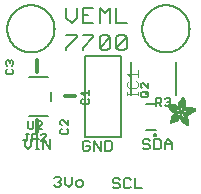
<source format=gbr>
G04 EAGLE Gerber RS-274X export*
G75*
%MOMM*%
%FSLAX34Y34*%
%LPD*%
%INSilkscreen Top*%
%IPPOS*%
%AMOC8*
5,1,8,0,0,1.08239X$1,22.5*%
G01*
%ADD10C,0.152400*%
%ADD11C,0.203200*%
%ADD12C,0.304800*%
%ADD13R,0.034300X0.003800*%
%ADD14R,0.057200X0.003800*%
%ADD15R,0.076200X0.003800*%
%ADD16R,0.091400X0.003800*%
%ADD17R,0.102900X0.003800*%
%ADD18R,0.114300X0.003900*%
%ADD19R,0.129500X0.003800*%
%ADD20R,0.137200X0.003800*%
%ADD21R,0.144800X0.003800*%
%ADD22R,0.152400X0.003800*%
%ADD23R,0.160000X0.003800*%
%ADD24R,0.171500X0.003800*%
%ADD25R,0.175300X0.003800*%
%ADD26R,0.182900X0.003800*%
%ADD27R,0.190500X0.003800*%
%ADD28R,0.194300X0.003900*%
%ADD29R,0.201900X0.003800*%
%ADD30R,0.209500X0.003800*%
%ADD31R,0.213400X0.003800*%
%ADD32R,0.221000X0.003800*%
%ADD33R,0.224800X0.003800*%
%ADD34R,0.232400X0.003800*%
%ADD35R,0.240000X0.003800*%
%ADD36R,0.243800X0.003800*%
%ADD37R,0.247600X0.003800*%
%ADD38R,0.255300X0.003900*%
%ADD39R,0.259100X0.003800*%
%ADD40R,0.262900X0.003800*%
%ADD41R,0.270500X0.003800*%
%ADD42R,0.274300X0.003800*%
%ADD43R,0.281900X0.003800*%
%ADD44R,0.285700X0.003800*%
%ADD45R,0.289500X0.003800*%
%ADD46R,0.297200X0.003800*%
%ADD47R,0.301000X0.003800*%
%ADD48R,0.304800X0.003900*%
%ADD49R,0.312400X0.003800*%
%ADD50R,0.316200X0.003800*%
%ADD51R,0.320000X0.003800*%
%ADD52R,0.327600X0.003800*%
%ADD53R,0.331500X0.003800*%
%ADD54R,0.339100X0.003800*%
%ADD55R,0.342900X0.003800*%
%ADD56R,0.346700X0.003800*%
%ADD57R,0.354300X0.003800*%
%ADD58R,0.358100X0.003900*%
%ADD59R,0.361900X0.003800*%
%ADD60R,0.369600X0.003800*%
%ADD61R,0.373400X0.003800*%
%ADD62R,0.377200X0.003800*%
%ADD63R,0.384800X0.003800*%
%ADD64R,0.388600X0.003800*%
%ADD65R,0.396200X0.003800*%
%ADD66R,0.400000X0.003800*%
%ADD67R,0.403800X0.003800*%
%ADD68R,0.411500X0.003900*%
%ADD69R,0.415300X0.003800*%
%ADD70R,0.419100X0.003800*%
%ADD71R,0.045700X0.003800*%
%ADD72R,0.426700X0.003800*%
%ADD73R,0.072400X0.003800*%
%ADD74R,0.430500X0.003800*%
%ADD75R,0.095300X0.003800*%
%ADD76R,0.438100X0.003800*%
%ADD77R,0.110500X0.003800*%
%ADD78R,0.441900X0.003800*%
%ADD79R,0.445800X0.003800*%
%ADD80R,0.144700X0.003800*%
%ADD81R,0.453400X0.003800*%
%ADD82R,0.457200X0.003800*%
%ADD83R,0.175300X0.003900*%
%ADD84R,0.461000X0.003900*%
%ADD85R,0.468600X0.003800*%
%ADD86R,0.205800X0.003800*%
%ADD87R,0.472400X0.003800*%
%ADD88R,0.217200X0.003800*%
%ADD89R,0.476200X0.003800*%
%ADD90R,0.483900X0.003800*%
%ADD91R,0.247700X0.003800*%
%ADD92R,0.487700X0.003800*%
%ADD93R,0.495300X0.003800*%
%ADD94R,0.499100X0.003800*%
%ADD95R,0.502900X0.003800*%
%ADD96R,0.510500X0.003800*%
%ADD97R,0.308600X0.003900*%
%ADD98R,0.514300X0.003900*%
%ADD99R,0.323800X0.003800*%
%ADD100R,0.518100X0.003800*%
%ADD101R,0.335300X0.003800*%
%ADD102R,0.525800X0.003800*%
%ADD103R,0.529600X0.003800*%
%ADD104R,0.358100X0.003800*%
%ADD105R,0.533400X0.003800*%
%ADD106R,0.537200X0.003800*%
%ADD107R,0.381000X0.003800*%
%ADD108R,0.544800X0.003800*%
%ADD109R,0.392400X0.003800*%
%ADD110R,0.548600X0.003800*%
%ADD111R,0.552400X0.003800*%
%ADD112R,0.556200X0.003800*%
%ADD113R,0.422900X0.003900*%
%ADD114R,0.560100X0.003900*%
%ADD115R,0.434300X0.003800*%
%ADD116R,0.563900X0.003800*%
%ADD117R,0.567700X0.003800*%
%ADD118R,0.461000X0.003800*%
%ADD119R,0.571500X0.003800*%
%ADD120R,0.575300X0.003800*%
%ADD121R,0.480100X0.003800*%
%ADD122R,0.579100X0.003800*%
%ADD123R,0.491500X0.003800*%
%ADD124R,0.582900X0.003800*%
%ADD125R,0.586700X0.003800*%
%ADD126R,0.510600X0.003800*%
%ADD127R,0.590500X0.003800*%
%ADD128R,0.522000X0.003800*%
%ADD129R,0.594300X0.003800*%
%ADD130R,0.533400X0.003900*%
%ADD131R,0.598200X0.003900*%
%ADD132R,0.541000X0.003800*%
%ADD133R,0.602000X0.003800*%
%ADD134R,0.552500X0.003800*%
%ADD135R,0.605800X0.003800*%
%ADD136R,0.560100X0.003800*%
%ADD137R,0.609600X0.003800*%
%ADD138R,0.613400X0.003800*%
%ADD139R,0.583000X0.003800*%
%ADD140R,0.617200X0.003800*%
%ADD141R,0.594400X0.003800*%
%ADD142R,0.621000X0.003800*%
%ADD143R,0.598200X0.003800*%
%ADD144R,0.624800X0.003800*%
%ADD145R,0.613500X0.003900*%
%ADD146R,0.628600X0.003900*%
%ADD147R,0.632400X0.003800*%
%ADD148R,0.628600X0.003800*%
%ADD149R,0.636300X0.003800*%
%ADD150R,0.640100X0.003800*%
%ADD151R,0.636200X0.003800*%
%ADD152R,0.643900X0.003800*%
%ADD153R,0.647700X0.003800*%
%ADD154R,0.651500X0.003800*%
%ADD155R,0.659100X0.003800*%
%ADD156R,0.659100X0.003900*%
%ADD157R,0.655300X0.003900*%
%ADD158R,0.662900X0.003800*%
%ADD159R,0.655300X0.003800*%
%ADD160R,0.670500X0.003800*%
%ADD161R,0.670600X0.003800*%
%ADD162R,0.674400X0.003800*%
%ADD163R,0.682000X0.003800*%
%ADD164R,0.666700X0.003800*%
%ADD165R,0.685800X0.003800*%
%ADD166R,0.689600X0.003800*%
%ADD167R,0.693400X0.003900*%
%ADD168R,0.674400X0.003900*%
%ADD169R,0.697200X0.003800*%
%ADD170R,0.678200X0.003800*%
%ADD171R,0.697300X0.003800*%
%ADD172R,0.701100X0.003800*%
%ADD173R,0.704900X0.003800*%
%ADD174R,0.708700X0.003800*%
%ADD175R,0.712500X0.003800*%
%ADD176R,0.716300X0.003800*%
%ADD177R,0.720100X0.003900*%
%ADD178R,0.689600X0.003900*%
%ADD179R,0.720000X0.003800*%
%ADD180R,0.693400X0.003800*%
%ADD181R,0.723900X0.003800*%
%ADD182R,0.727700X0.003800*%
%ADD183R,0.731500X0.003800*%
%ADD184R,0.701000X0.003800*%
%ADD185R,0.735300X0.003800*%
%ADD186R,0.731500X0.003900*%
%ADD187R,0.701000X0.003900*%
%ADD188R,0.704800X0.003800*%
%ADD189R,0.739100X0.003800*%
%ADD190R,0.743000X0.003800*%
%ADD191R,0.739200X0.003800*%
%ADD192R,0.743000X0.003900*%
%ADD193R,0.704800X0.003900*%
%ADD194R,0.746800X0.003800*%
%ADD195R,0.746800X0.003900*%
%ADD196R,0.742900X0.003800*%
%ADD197R,0.746700X0.003800*%
%ADD198R,0.746700X0.003900*%
%ADD199R,1.428800X0.003800*%
%ADD200R,1.424900X0.003800*%
%ADD201R,1.421100X0.003900*%
%ADD202R,1.421100X0.003800*%
%ADD203R,1.417300X0.003800*%
%ADD204R,1.413500X0.003800*%
%ADD205R,1.409700X0.003800*%
%ADD206R,1.405900X0.003800*%
%ADD207R,1.402100X0.003800*%
%ADD208R,1.398300X0.003800*%
%ADD209R,0.983000X0.003900*%
%ADD210R,0.384800X0.003900*%
%ADD211R,0.971600X0.003800*%
%ADD212R,0.963900X0.003800*%
%ADD213R,0.956300X0.003800*%
%ADD214R,0.365800X0.003800*%
%ADD215R,0.952500X0.003800*%
%ADD216R,0.941000X0.003800*%
%ADD217R,0.358200X0.003800*%
%ADD218R,0.937200X0.003800*%
%ADD219R,0.933400X0.003800*%
%ADD220R,0.354400X0.003800*%
%ADD221R,0.925800X0.003800*%
%ADD222R,0.350500X0.003800*%
%ADD223R,0.922000X0.003800*%
%ADD224R,0.918200X0.003900*%
%ADD225R,0.346700X0.003900*%
%ADD226R,0.910600X0.003800*%
%ADD227R,0.906800X0.003800*%
%ADD228R,0.903000X0.003800*%
%ADD229R,0.339000X0.003800*%
%ADD230R,0.895300X0.003800*%
%ADD231R,0.335200X0.003800*%
%ADD232R,0.887700X0.003800*%
%ADD233R,0.883900X0.003800*%
%ADD234R,0.331400X0.003800*%
%ADD235R,0.880100X0.003800*%
%ADD236R,0.876300X0.003800*%
%ADD237R,0.468600X0.003900*%
%ADD238R,0.396200X0.003900*%
%ADD239R,0.323800X0.003900*%
%ADD240R,0.449600X0.003800*%
%ADD241R,0.323900X0.003800*%
%ADD242R,0.442000X0.003800*%
%ADD243R,0.434400X0.003800*%
%ADD244R,0.320100X0.003800*%
%ADD245R,0.316300X0.003800*%
%ADD246R,0.426800X0.003800*%
%ADD247R,0.327700X0.003800*%
%ADD248R,0.312500X0.003800*%
%ADD249R,0.422900X0.003800*%
%ADD250R,0.308600X0.003800*%
%ADD251R,0.293400X0.003800*%
%ADD252R,0.304800X0.003800*%
%ADD253R,0.419100X0.003900*%
%ADD254R,0.285700X0.003900*%
%ADD255R,0.301000X0.003900*%
%ADD256R,0.411500X0.003800*%
%ADD257R,0.407700X0.003800*%
%ADD258R,0.289600X0.003800*%
%ADD259R,0.285800X0.003800*%
%ADD260R,0.403900X0.003800*%
%ADD261R,0.228600X0.003800*%
%ADD262R,0.403900X0.003900*%
%ADD263R,0.221000X0.003900*%
%ADD264R,0.278100X0.003900*%
%ADD265R,0.400100X0.003800*%
%ADD266R,0.209600X0.003800*%
%ADD267R,0.266700X0.003800*%
%ADD268R,0.038100X0.003800*%
%ADD269R,0.194300X0.003800*%
%ADD270R,0.148600X0.003800*%
%ADD271R,0.259000X0.003800*%
%ADD272R,0.182800X0.003800*%
%ADD273R,0.186700X0.003800*%
%ADD274R,0.251400X0.003800*%
%ADD275R,0.179100X0.003800*%
%ADD276R,0.236200X0.003800*%
%ADD277R,0.243900X0.003900*%
%ADD278R,0.282000X0.003900*%
%ADD279R,0.167700X0.003800*%
%ADD280R,0.236300X0.003800*%
%ADD281R,0.396300X0.003800*%
%ADD282R,0.163900X0.003800*%
%ADD283R,0.392500X0.003800*%
%ADD284R,0.160100X0.003800*%
%ADD285R,0.586800X0.003800*%
%ADD286R,0.148500X0.003800*%
%ADD287R,0.140900X0.003800*%
%ADD288R,0.392400X0.003900*%
%ADD289R,0.140900X0.003900*%
%ADD290R,0.647700X0.003900*%
%ADD291R,0.133300X0.003800*%
%ADD292R,0.674300X0.003800*%
%ADD293R,0.388700X0.003800*%
%ADD294R,0.125700X0.003800*%
%ADD295R,0.121900X0.003800*%
%ADD296R,0.720100X0.003800*%
%ADD297R,0.118100X0.003800*%
%ADD298R,0.118100X0.003900*%
%ADD299R,0.739100X0.003900*%
%ADD300R,0.114300X0.003800*%
%ADD301R,0.754400X0.003800*%
%ADD302R,0.765800X0.003800*%
%ADD303R,0.773400X0.003800*%
%ADD304R,0.784800X0.003800*%
%ADD305R,0.118200X0.003800*%
%ADD306R,0.792500X0.003800*%
%ADD307R,0.803900X0.003800*%
%ADD308R,0.122000X0.003800*%
%ADD309R,0.815400X0.003800*%
%ADD310R,0.125800X0.003800*%
%ADD311R,0.826800X0.003800*%
%ADD312R,0.369500X0.003900*%
%ADD313R,0.133400X0.003900*%
%ADD314R,0.842000X0.003900*%
%ADD315R,0.365700X0.003800*%
%ADD316R,1.009700X0.003800*%
%ADD317R,1.013500X0.003800*%
%ADD318R,0.362000X0.003800*%
%ADD319R,1.024900X0.003800*%
%ADD320R,1.028700X0.003800*%
%ADD321R,1.036300X0.003800*%
%ADD322R,1.047800X0.003800*%
%ADD323R,1.055400X0.003800*%
%ADD324R,1.070600X0.003800*%
%ADD325R,0.030500X0.003800*%
%ADD326R,1.436400X0.003800*%
%ADD327R,1.562100X0.003900*%
%ADD328R,1.588700X0.003800*%
%ADD329R,1.607800X0.003800*%
%ADD330R,1.626900X0.003800*%
%ADD331R,1.642100X0.003800*%
%ADD332R,1.657400X0.003800*%
%ADD333R,1.676400X0.003800*%
%ADD334R,1.687800X0.003800*%
%ADD335R,1.703000X0.003800*%
%ADD336R,1.714500X0.003800*%
%ADD337R,1.726000X0.003900*%
%ADD338R,1.741200X0.003800*%
%ADD339R,0.914400X0.003800*%
%ADD340R,0.769600X0.003800*%
%ADD341R,0.884000X0.003800*%
%ADD342R,0.712400X0.003800*%
%ADD343R,0.880100X0.003900*%
%ADD344R,0.887800X0.003800*%
%ADD345R,0.891600X0.003800*%
%ADD346R,0.895400X0.003800*%
%ADD347R,0.251500X0.003800*%
%ADD348R,0.579200X0.003900*%
%ADD349R,0.243900X0.003800*%
%ADD350R,0.556300X0.003800*%
%ADD351R,0.255200X0.003800*%
%ADD352R,0.529500X0.003800*%
%ADD353R,0.731600X0.003800*%
%ADD354R,0.525800X0.003900*%
%ADD355R,0.281900X0.003900*%
%ADD356R,0.735400X0.003900*%
%ADD357R,0.300900X0.003800*%
%ADD358R,0.762000X0.003800*%
%ADD359R,0.518200X0.003800*%
%ADD360R,0.350600X0.003800*%
%ADD361R,0.796300X0.003800*%
%ADD362R,0.807800X0.003800*%
%ADD363R,0.506700X0.003800*%
%ADD364R,0.849600X0.003800*%
%ADD365R,0.506700X0.003900*%
%ADD366R,1.371600X0.003900*%
%ADD367R,1.207800X0.003800*%
%ADD368R,0.503000X0.003800*%
%ADD369R,0.141000X0.003800*%
%ADD370R,1.203900X0.003800*%
%ADD371R,1.204000X0.003800*%
%ADD372R,1.200200X0.003800*%
%ADD373R,0.499100X0.003900*%
%ADD374R,0.156200X0.003900*%
%ADD375R,1.196400X0.003900*%
%ADD376R,1.196400X0.003800*%
%ADD377R,0.163800X0.003800*%
%ADD378R,0.167600X0.003800*%
%ADD379R,1.192500X0.003800*%
%ADD380R,0.499200X0.003800*%
%ADD381R,1.188700X0.003800*%
%ADD382R,0.506800X0.003800*%
%ADD383R,1.184900X0.003800*%
%ADD384R,0.510600X0.003900*%
%ADD385R,0.209600X0.003900*%
%ADD386R,1.181100X0.003900*%
%ADD387R,0.514400X0.003800*%
%ADD388R,1.181100X0.003800*%
%ADD389R,1.177300X0.003800*%
%ADD390R,0.240100X0.003800*%
%ADD391R,1.173500X0.003800*%
%ADD392R,1.169700X0.003800*%
%ADD393R,1.165900X0.003800*%
%ADD394R,1.162100X0.003800*%
%ADD395R,0.929700X0.003900*%
%ADD396R,1.162100X0.003900*%
%ADD397R,0.929700X0.003800*%
%ADD398R,1.154500X0.003800*%
%ADD399R,0.933500X0.003800*%
%ADD400R,1.150600X0.003800*%
%ADD401R,0.937300X0.003800*%
%ADD402R,1.146800X0.003800*%
%ADD403R,0.941100X0.003800*%
%ADD404R,1.139200X0.003800*%
%ADD405R,0.944900X0.003800*%
%ADD406R,1.135400X0.003800*%
%ADD407R,0.948700X0.003800*%
%ADD408R,1.127800X0.003800*%
%ADD409R,1.124000X0.003800*%
%ADD410R,1.116400X0.003800*%
%ADD411R,0.956300X0.003900*%
%ADD412R,1.104900X0.003900*%
%ADD413R,0.960100X0.003800*%
%ADD414R,1.093500X0.003800*%
%ADD415R,1.085900X0.003800*%
%ADD416R,0.967800X0.003800*%
%ADD417R,1.074500X0.003800*%
%ADD418R,1.063000X0.003800*%
%ADD419R,0.975400X0.003800*%
%ADD420R,1.036400X0.003800*%
%ADD421R,0.979200X0.003800*%
%ADD422R,1.021000X0.003800*%
%ADD423R,0.983000X0.003800*%
%ADD424R,1.009600X0.003800*%
%ADD425R,0.986800X0.003800*%
%ADD426R,0.998200X0.003800*%
%ADD427R,0.990600X0.003900*%
%ADD428R,0.986700X0.003900*%
%ADD429R,0.994400X0.003800*%
%ADD430R,0.975300X0.003800*%
%ADD431R,0.948600X0.003800*%
%ADD432R,1.002000X0.003800*%
%ADD433R,0.213300X0.003800*%
%ADD434R,0.217100X0.003800*%
%ADD435R,1.017300X0.003800*%
%ADD436R,0.666800X0.003800*%
%ADD437R,0.220900X0.003800*%
%ADD438R,1.028700X0.003900*%
%ADD439R,0.224700X0.003900*%
%ADD440R,1.032500X0.003800*%
%ADD441R,1.040100X0.003800*%
%ADD442R,1.043900X0.003800*%
%ADD443R,0.548700X0.003800*%
%ADD444R,1.051500X0.003800*%
%ADD445R,1.055300X0.003800*%
%ADD446R,1.059100X0.003800*%
%ADD447R,1.062900X0.003800*%
%ADD448R,0.255300X0.003800*%
%ADD449R,1.066800X0.003900*%
%ADD450R,0.259100X0.003900*%
%ADD451R,0.457200X0.003900*%
%ADD452R,0.423000X0.003800*%
%ADD453R,1.082100X0.003800*%
%ADD454R,0.274400X0.003800*%
%ADD455R,0.278200X0.003800*%
%ADD456R,1.101100X0.003800*%
%ADD457R,0.278100X0.003800*%
%ADD458R,0.876300X0.003900*%
%ADD459R,0.236200X0.003900*%
%ADD460R,0.289600X0.003900*%
%ADD461R,0.247700X0.003900*%
%ADD462R,0.049500X0.003800*%
%ADD463R,0.640100X0.003900*%
%ADD464R,0.659200X0.003800*%
%ADD465R,0.663000X0.003800*%
%ADD466R,0.872500X0.003900*%
%ADD467R,0.666800X0.003900*%
%ADD468R,0.872500X0.003800*%
%ADD469R,0.868700X0.003800*%
%ADD470R,0.864900X0.003800*%
%ADD471R,0.861100X0.003800*%
%ADD472R,0.857300X0.003800*%
%ADD473R,0.853400X0.003800*%
%ADD474R,0.845800X0.003800*%
%ADD475R,0.682000X0.003900*%
%ADD476R,0.842000X0.003800*%
%ADD477R,0.834400X0.003800*%
%ADD478R,0.823000X0.003800*%
%ADD479R,0.815300X0.003800*%
%ADD480R,0.811500X0.003800*%
%ADD481R,0.788700X0.003800*%
%ADD482R,0.777300X0.003900*%
%ADD483R,0.750600X0.003800*%
%ADD484R,0.735400X0.003800*%
%ADD485R,0.727800X0.003800*%
%ADD486R,0.628700X0.003800*%
%ADD487R,0.575400X0.003800*%
%ADD488R,0.670600X0.003900*%
%ADD489R,0.655400X0.003800*%
%ADD490R,0.651500X0.003900*%
%ADD491R,0.624800X0.003900*%
%ADD492R,0.594400X0.003900*%
%ADD493R,0.563900X0.003900*%
%ADD494R,0.541100X0.003800*%
%ADD495R,0.537300X0.003800*%
%ADD496R,0.525700X0.003800*%
%ADD497R,0.525700X0.003900*%
%ADD498R,0.514300X0.003800*%
%ADD499R,0.480100X0.003900*%
%ADD500R,0.464800X0.003800*%
%ADD501R,0.442000X0.003900*%
%ADD502R,0.438200X0.003800*%
%ADD503R,0.430600X0.003800*%
%ADD504R,0.407600X0.003800*%
%ADD505R,0.403800X0.003900*%
%ADD506R,0.365700X0.003900*%
%ADD507R,0.327700X0.003900*%
%ADD508R,0.243800X0.003900*%
%ADD509R,0.205800X0.003900*%
%ADD510R,0.198100X0.003800*%
%ADD511R,0.163800X0.003900*%
%ADD512R,0.137100X0.003800*%
%ADD513R,0.091500X0.003900*%
%ADD514R,0.060900X0.003800*%
%ADD515C,0.127000*%
%ADD516C,0.076200*%


D10*
X20038Y46235D02*
X20038Y40473D01*
X22920Y37592D01*
X25801Y40473D01*
X25801Y46235D01*
X29394Y37592D02*
X32275Y37592D01*
X30834Y37592D02*
X30834Y46235D01*
X29394Y46235D02*
X32275Y46235D01*
X35630Y46235D02*
X35630Y37592D01*
X41393Y37592D02*
X35630Y46235D01*
X41393Y46235D02*
X41393Y37592D01*
X46590Y14485D02*
X45149Y13045D01*
X46590Y14485D02*
X49471Y14485D01*
X50911Y13045D01*
X50911Y11604D01*
X49471Y10164D01*
X48030Y10164D01*
X49471Y10164D02*
X50911Y8723D01*
X50911Y7283D01*
X49471Y5842D01*
X46590Y5842D01*
X45149Y7283D01*
X54504Y8723D02*
X54504Y14485D01*
X54504Y8723D02*
X57386Y5842D01*
X60267Y8723D01*
X60267Y14485D01*
X65300Y5842D02*
X68181Y5842D01*
X69622Y7283D01*
X69622Y10164D01*
X68181Y11604D01*
X65300Y11604D01*
X63860Y10164D01*
X63860Y7283D01*
X65300Y5842D01*
X75041Y43525D02*
X73601Y44965D01*
X70720Y44965D01*
X69279Y43525D01*
X69279Y37763D01*
X70720Y36322D01*
X73601Y36322D01*
X75041Y37763D01*
X75041Y40644D01*
X72160Y40644D01*
X78634Y44965D02*
X78634Y36322D01*
X84397Y36322D02*
X78634Y44965D01*
X84397Y44965D02*
X84397Y36322D01*
X87990Y36322D02*
X87990Y44965D01*
X87990Y36322D02*
X92311Y36322D01*
X93752Y37763D01*
X93752Y43525D01*
X92311Y44965D01*
X87990Y44965D01*
X124401Y46235D02*
X125841Y44795D01*
X124401Y46235D02*
X121520Y46235D01*
X120079Y44795D01*
X120079Y43354D01*
X121520Y41914D01*
X124401Y41914D01*
X125841Y40473D01*
X125841Y39033D01*
X124401Y37592D01*
X121520Y37592D01*
X120079Y39033D01*
X129434Y37592D02*
X129434Y46235D01*
X129434Y37592D02*
X133756Y37592D01*
X135197Y39033D01*
X135197Y44795D01*
X133756Y46235D01*
X129434Y46235D01*
X138790Y43354D02*
X138790Y37592D01*
X138790Y43354D02*
X141671Y46235D01*
X144552Y43354D01*
X144552Y37592D01*
X144552Y41914D02*
X138790Y41914D01*
X100441Y11775D02*
X99001Y13215D01*
X96120Y13215D01*
X94679Y11775D01*
X94679Y10334D01*
X96120Y8894D01*
X99001Y8894D01*
X100441Y7453D01*
X100441Y6013D01*
X99001Y4572D01*
X96120Y4572D01*
X94679Y6013D01*
X108356Y13215D02*
X109797Y11775D01*
X108356Y13215D02*
X105475Y13215D01*
X104034Y11775D01*
X104034Y6013D01*
X105475Y4572D01*
X108356Y4572D01*
X109797Y6013D01*
X113390Y4572D02*
X113390Y13215D01*
X113390Y4572D02*
X119152Y4572D01*
D11*
X55500Y148932D02*
X55500Y157745D01*
X55500Y148932D02*
X59907Y144526D01*
X64313Y148932D01*
X64313Y157745D01*
X69533Y157745D02*
X78346Y157745D01*
X69533Y157745D02*
X69533Y144526D01*
X78346Y144526D01*
X73940Y151136D02*
X69533Y151136D01*
X83566Y144526D02*
X83566Y157745D01*
X87972Y153339D01*
X92379Y157745D01*
X92379Y144526D01*
X97599Y144526D02*
X97599Y157745D01*
X97599Y144526D02*
X106412Y144526D01*
X64313Y134885D02*
X55500Y134885D01*
X64313Y134885D02*
X64313Y132682D01*
X55500Y123869D01*
X55500Y121666D01*
X69533Y134885D02*
X78346Y134885D01*
X78346Y132682D01*
X69533Y123869D01*
X69533Y121666D01*
X83566Y123869D02*
X83566Y132682D01*
X85769Y134885D01*
X90176Y134885D01*
X92379Y132682D01*
X92379Y123869D01*
X90176Y121666D01*
X85769Y121666D01*
X83566Y123869D01*
X92379Y132682D01*
X97599Y132682D02*
X97599Y123869D01*
X97599Y132682D02*
X99802Y134885D01*
X104208Y134885D01*
X106412Y132682D01*
X106412Y123869D01*
X104208Y121666D01*
X99802Y121666D01*
X97599Y123869D01*
X106412Y132682D01*
X5400Y139700D02*
X5406Y140191D01*
X5424Y140681D01*
X5454Y141171D01*
X5496Y141660D01*
X5550Y142148D01*
X5616Y142635D01*
X5694Y143119D01*
X5784Y143602D01*
X5886Y144082D01*
X5999Y144560D01*
X6124Y145034D01*
X6261Y145506D01*
X6409Y145974D01*
X6569Y146438D01*
X6740Y146898D01*
X6922Y147354D01*
X7116Y147805D01*
X7320Y148251D01*
X7536Y148692D01*
X7762Y149128D01*
X7998Y149558D01*
X8245Y149982D01*
X8503Y150400D01*
X8771Y150811D01*
X9048Y151216D01*
X9336Y151614D01*
X9633Y152005D01*
X9940Y152388D01*
X10256Y152763D01*
X10581Y153131D01*
X10915Y153491D01*
X11258Y153842D01*
X11609Y154185D01*
X11969Y154519D01*
X12337Y154844D01*
X12712Y155160D01*
X13095Y155467D01*
X13486Y155764D01*
X13884Y156052D01*
X14289Y156329D01*
X14700Y156597D01*
X15118Y156855D01*
X15542Y157102D01*
X15972Y157338D01*
X16408Y157564D01*
X16849Y157780D01*
X17295Y157984D01*
X17746Y158178D01*
X18202Y158360D01*
X18662Y158531D01*
X19126Y158691D01*
X19594Y158839D01*
X20066Y158976D01*
X20540Y159101D01*
X21018Y159214D01*
X21498Y159316D01*
X21981Y159406D01*
X22465Y159484D01*
X22952Y159550D01*
X23440Y159604D01*
X23929Y159646D01*
X24419Y159676D01*
X24909Y159694D01*
X25400Y159700D01*
X25891Y159694D01*
X26381Y159676D01*
X26871Y159646D01*
X27360Y159604D01*
X27848Y159550D01*
X28335Y159484D01*
X28819Y159406D01*
X29302Y159316D01*
X29782Y159214D01*
X30260Y159101D01*
X30734Y158976D01*
X31206Y158839D01*
X31674Y158691D01*
X32138Y158531D01*
X32598Y158360D01*
X33054Y158178D01*
X33505Y157984D01*
X33951Y157780D01*
X34392Y157564D01*
X34828Y157338D01*
X35258Y157102D01*
X35682Y156855D01*
X36100Y156597D01*
X36511Y156329D01*
X36916Y156052D01*
X37314Y155764D01*
X37705Y155467D01*
X38088Y155160D01*
X38463Y154844D01*
X38831Y154519D01*
X39191Y154185D01*
X39542Y153842D01*
X39885Y153491D01*
X40219Y153131D01*
X40544Y152763D01*
X40860Y152388D01*
X41167Y152005D01*
X41464Y151614D01*
X41752Y151216D01*
X42029Y150811D01*
X42297Y150400D01*
X42555Y149982D01*
X42802Y149558D01*
X43038Y149128D01*
X43264Y148692D01*
X43480Y148251D01*
X43684Y147805D01*
X43878Y147354D01*
X44060Y146898D01*
X44231Y146438D01*
X44391Y145974D01*
X44539Y145506D01*
X44676Y145034D01*
X44801Y144560D01*
X44914Y144082D01*
X45016Y143602D01*
X45106Y143119D01*
X45184Y142635D01*
X45250Y142148D01*
X45304Y141660D01*
X45346Y141171D01*
X45376Y140681D01*
X45394Y140191D01*
X45400Y139700D01*
X45394Y139209D01*
X45376Y138719D01*
X45346Y138229D01*
X45304Y137740D01*
X45250Y137252D01*
X45184Y136765D01*
X45106Y136281D01*
X45016Y135798D01*
X44914Y135318D01*
X44801Y134840D01*
X44676Y134366D01*
X44539Y133894D01*
X44391Y133426D01*
X44231Y132962D01*
X44060Y132502D01*
X43878Y132046D01*
X43684Y131595D01*
X43480Y131149D01*
X43264Y130708D01*
X43038Y130272D01*
X42802Y129842D01*
X42555Y129418D01*
X42297Y129000D01*
X42029Y128589D01*
X41752Y128184D01*
X41464Y127786D01*
X41167Y127395D01*
X40860Y127012D01*
X40544Y126637D01*
X40219Y126269D01*
X39885Y125909D01*
X39542Y125558D01*
X39191Y125215D01*
X38831Y124881D01*
X38463Y124556D01*
X38088Y124240D01*
X37705Y123933D01*
X37314Y123636D01*
X36916Y123348D01*
X36511Y123071D01*
X36100Y122803D01*
X35682Y122545D01*
X35258Y122298D01*
X34828Y122062D01*
X34392Y121836D01*
X33951Y121620D01*
X33505Y121416D01*
X33054Y121222D01*
X32598Y121040D01*
X32138Y120869D01*
X31674Y120709D01*
X31206Y120561D01*
X30734Y120424D01*
X30260Y120299D01*
X29782Y120186D01*
X29302Y120084D01*
X28819Y119994D01*
X28335Y119916D01*
X27848Y119850D01*
X27360Y119796D01*
X26871Y119754D01*
X26381Y119724D01*
X25891Y119706D01*
X25400Y119700D01*
X24909Y119706D01*
X24419Y119724D01*
X23929Y119754D01*
X23440Y119796D01*
X22952Y119850D01*
X22465Y119916D01*
X21981Y119994D01*
X21498Y120084D01*
X21018Y120186D01*
X20540Y120299D01*
X20066Y120424D01*
X19594Y120561D01*
X19126Y120709D01*
X18662Y120869D01*
X18202Y121040D01*
X17746Y121222D01*
X17295Y121416D01*
X16849Y121620D01*
X16408Y121836D01*
X15972Y122062D01*
X15542Y122298D01*
X15118Y122545D01*
X14700Y122803D01*
X14289Y123071D01*
X13884Y123348D01*
X13486Y123636D01*
X13095Y123933D01*
X12712Y124240D01*
X12337Y124556D01*
X11969Y124881D01*
X11609Y125215D01*
X11258Y125558D01*
X10915Y125909D01*
X10581Y126269D01*
X10256Y126637D01*
X9940Y127012D01*
X9633Y127395D01*
X9336Y127786D01*
X9048Y128184D01*
X8771Y128589D01*
X8503Y129000D01*
X8245Y129418D01*
X7998Y129842D01*
X7762Y130272D01*
X7536Y130708D01*
X7320Y131149D01*
X7116Y131595D01*
X6922Y132046D01*
X6740Y132502D01*
X6569Y132962D01*
X6409Y133426D01*
X6261Y133894D01*
X6124Y134366D01*
X5999Y134840D01*
X5886Y135318D01*
X5784Y135798D01*
X5694Y136281D01*
X5616Y136765D01*
X5550Y137252D01*
X5496Y137740D01*
X5454Y138229D01*
X5424Y138719D01*
X5406Y139209D01*
X5400Y139700D01*
X119700Y139700D02*
X119706Y140191D01*
X119724Y140681D01*
X119754Y141171D01*
X119796Y141660D01*
X119850Y142148D01*
X119916Y142635D01*
X119994Y143119D01*
X120084Y143602D01*
X120186Y144082D01*
X120299Y144560D01*
X120424Y145034D01*
X120561Y145506D01*
X120709Y145974D01*
X120869Y146438D01*
X121040Y146898D01*
X121222Y147354D01*
X121416Y147805D01*
X121620Y148251D01*
X121836Y148692D01*
X122062Y149128D01*
X122298Y149558D01*
X122545Y149982D01*
X122803Y150400D01*
X123071Y150811D01*
X123348Y151216D01*
X123636Y151614D01*
X123933Y152005D01*
X124240Y152388D01*
X124556Y152763D01*
X124881Y153131D01*
X125215Y153491D01*
X125558Y153842D01*
X125909Y154185D01*
X126269Y154519D01*
X126637Y154844D01*
X127012Y155160D01*
X127395Y155467D01*
X127786Y155764D01*
X128184Y156052D01*
X128589Y156329D01*
X129000Y156597D01*
X129418Y156855D01*
X129842Y157102D01*
X130272Y157338D01*
X130708Y157564D01*
X131149Y157780D01*
X131595Y157984D01*
X132046Y158178D01*
X132502Y158360D01*
X132962Y158531D01*
X133426Y158691D01*
X133894Y158839D01*
X134366Y158976D01*
X134840Y159101D01*
X135318Y159214D01*
X135798Y159316D01*
X136281Y159406D01*
X136765Y159484D01*
X137252Y159550D01*
X137740Y159604D01*
X138229Y159646D01*
X138719Y159676D01*
X139209Y159694D01*
X139700Y159700D01*
X140191Y159694D01*
X140681Y159676D01*
X141171Y159646D01*
X141660Y159604D01*
X142148Y159550D01*
X142635Y159484D01*
X143119Y159406D01*
X143602Y159316D01*
X144082Y159214D01*
X144560Y159101D01*
X145034Y158976D01*
X145506Y158839D01*
X145974Y158691D01*
X146438Y158531D01*
X146898Y158360D01*
X147354Y158178D01*
X147805Y157984D01*
X148251Y157780D01*
X148692Y157564D01*
X149128Y157338D01*
X149558Y157102D01*
X149982Y156855D01*
X150400Y156597D01*
X150811Y156329D01*
X151216Y156052D01*
X151614Y155764D01*
X152005Y155467D01*
X152388Y155160D01*
X152763Y154844D01*
X153131Y154519D01*
X153491Y154185D01*
X153842Y153842D01*
X154185Y153491D01*
X154519Y153131D01*
X154844Y152763D01*
X155160Y152388D01*
X155467Y152005D01*
X155764Y151614D01*
X156052Y151216D01*
X156329Y150811D01*
X156597Y150400D01*
X156855Y149982D01*
X157102Y149558D01*
X157338Y149128D01*
X157564Y148692D01*
X157780Y148251D01*
X157984Y147805D01*
X158178Y147354D01*
X158360Y146898D01*
X158531Y146438D01*
X158691Y145974D01*
X158839Y145506D01*
X158976Y145034D01*
X159101Y144560D01*
X159214Y144082D01*
X159316Y143602D01*
X159406Y143119D01*
X159484Y142635D01*
X159550Y142148D01*
X159604Y141660D01*
X159646Y141171D01*
X159676Y140681D01*
X159694Y140191D01*
X159700Y139700D01*
X159694Y139209D01*
X159676Y138719D01*
X159646Y138229D01*
X159604Y137740D01*
X159550Y137252D01*
X159484Y136765D01*
X159406Y136281D01*
X159316Y135798D01*
X159214Y135318D01*
X159101Y134840D01*
X158976Y134366D01*
X158839Y133894D01*
X158691Y133426D01*
X158531Y132962D01*
X158360Y132502D01*
X158178Y132046D01*
X157984Y131595D01*
X157780Y131149D01*
X157564Y130708D01*
X157338Y130272D01*
X157102Y129842D01*
X156855Y129418D01*
X156597Y129000D01*
X156329Y128589D01*
X156052Y128184D01*
X155764Y127786D01*
X155467Y127395D01*
X155160Y127012D01*
X154844Y126637D01*
X154519Y126269D01*
X154185Y125909D01*
X153842Y125558D01*
X153491Y125215D01*
X153131Y124881D01*
X152763Y124556D01*
X152388Y124240D01*
X152005Y123933D01*
X151614Y123636D01*
X151216Y123348D01*
X150811Y123071D01*
X150400Y122803D01*
X149982Y122545D01*
X149558Y122298D01*
X149128Y122062D01*
X148692Y121836D01*
X148251Y121620D01*
X147805Y121416D01*
X147354Y121222D01*
X146898Y121040D01*
X146438Y120869D01*
X145974Y120709D01*
X145506Y120561D01*
X145034Y120424D01*
X144560Y120299D01*
X144082Y120186D01*
X143602Y120084D01*
X143119Y119994D01*
X142635Y119916D01*
X142148Y119850D01*
X141660Y119796D01*
X141171Y119754D01*
X140681Y119724D01*
X140191Y119706D01*
X139700Y119700D01*
X139209Y119706D01*
X138719Y119724D01*
X138229Y119754D01*
X137740Y119796D01*
X137252Y119850D01*
X136765Y119916D01*
X136281Y119994D01*
X135798Y120084D01*
X135318Y120186D01*
X134840Y120299D01*
X134366Y120424D01*
X133894Y120561D01*
X133426Y120709D01*
X132962Y120869D01*
X132502Y121040D01*
X132046Y121222D01*
X131595Y121416D01*
X131149Y121620D01*
X130708Y121836D01*
X130272Y122062D01*
X129842Y122298D01*
X129418Y122545D01*
X129000Y122803D01*
X128589Y123071D01*
X128184Y123348D01*
X127786Y123636D01*
X127395Y123933D01*
X127012Y124240D01*
X126637Y124556D01*
X126269Y124881D01*
X125909Y125215D01*
X125558Y125558D01*
X125215Y125909D01*
X124881Y126269D01*
X124556Y126637D01*
X124240Y127012D01*
X123933Y127395D01*
X123636Y127786D01*
X123348Y128184D01*
X123071Y128589D01*
X122803Y129000D01*
X122545Y129418D01*
X122298Y129842D01*
X122062Y130272D01*
X121836Y130708D01*
X121620Y131149D01*
X121416Y131595D01*
X121222Y132046D01*
X121040Y132502D01*
X120869Y132962D01*
X120709Y133426D01*
X120561Y133894D01*
X120424Y134366D01*
X120299Y134840D01*
X120186Y135318D01*
X120084Y135798D01*
X119994Y136281D01*
X119916Y136765D01*
X119850Y137252D01*
X119796Y137740D01*
X119754Y138229D01*
X119724Y138719D01*
X119706Y139209D01*
X119700Y139700D01*
D12*
X30480Y62230D02*
X30480Y52070D01*
D10*
X50286Y53869D02*
X51388Y54970D01*
X50286Y53869D02*
X50286Y51665D01*
X51388Y50564D01*
X55794Y50564D01*
X56896Y51665D01*
X56896Y53869D01*
X55794Y54970D01*
X56896Y58048D02*
X56896Y62454D01*
X56896Y58048D02*
X52490Y62454D01*
X51388Y62454D01*
X50286Y61353D01*
X50286Y59149D01*
X51388Y58048D01*
D11*
X39750Y99050D02*
X23750Y99050D01*
X23750Y66050D02*
X39750Y66050D01*
X42250Y78550D02*
X42250Y86550D01*
D10*
X23164Y61474D02*
X23164Y55966D01*
X24265Y54864D01*
X26469Y54864D01*
X27570Y55966D01*
X27570Y61474D01*
X30648Y54864D02*
X35054Y54864D01*
X30648Y54864D02*
X35054Y59270D01*
X35054Y60372D01*
X33953Y61474D01*
X31749Y61474D01*
X30648Y60372D01*
D12*
X30480Y102870D02*
X30480Y113030D01*
D10*
X5160Y105498D02*
X4058Y104397D01*
X4058Y102194D01*
X5160Y101092D01*
X9566Y101092D01*
X10668Y102194D01*
X10668Y104397D01*
X9566Y105498D01*
X5160Y108576D02*
X4058Y109678D01*
X4058Y111881D01*
X5160Y112983D01*
X6262Y112983D01*
X7363Y111881D01*
X7363Y110779D01*
X7363Y111881D02*
X8465Y112983D01*
X9566Y112983D01*
X10668Y111881D01*
X10668Y109678D01*
X9566Y108576D01*
D12*
X54420Y82550D02*
X62420Y82550D01*
D10*
X68066Y79269D02*
X69168Y80370D01*
X68066Y79269D02*
X68066Y77065D01*
X69168Y75964D01*
X73574Y75964D01*
X74676Y77065D01*
X74676Y79269D01*
X73574Y80370D01*
X70270Y83448D02*
X68066Y85651D01*
X74676Y85651D01*
X74676Y83448D02*
X74676Y87854D01*
D13*
X158039Y57150D03*
D14*
X158039Y57188D03*
D15*
X158020Y57226D03*
D16*
X158020Y57264D03*
D17*
X158039Y57302D03*
D18*
X158020Y57341D03*
D19*
X158020Y57379D03*
D20*
X158020Y57417D03*
D21*
X158020Y57455D03*
D22*
X157982Y57493D03*
D23*
X157982Y57531D03*
D24*
X157963Y57569D03*
D25*
X157944Y57607D03*
D26*
X157944Y57645D03*
D27*
X157906Y57683D03*
D28*
X157887Y57722D03*
D29*
X157887Y57760D03*
D30*
X157849Y57798D03*
D31*
X157829Y57836D03*
D32*
X157791Y57874D03*
D33*
X157772Y57912D03*
D34*
X157772Y57950D03*
D35*
X157734Y57988D03*
D36*
X157715Y58026D03*
D37*
X157696Y58064D03*
D38*
X157658Y58103D03*
D39*
X157639Y58141D03*
D40*
X157620Y58179D03*
D41*
X157582Y58217D03*
D42*
X157563Y58255D03*
D43*
X157525Y58293D03*
D44*
X157506Y58331D03*
D45*
X157487Y58369D03*
D46*
X157448Y58407D03*
D47*
X157429Y58445D03*
D48*
X157410Y58484D03*
D49*
X157372Y58522D03*
D50*
X157353Y58560D03*
D51*
X157334Y58598D03*
D52*
X157296Y58636D03*
D53*
X157277Y58674D03*
D54*
X157239Y58712D03*
D55*
X157220Y58750D03*
D56*
X157201Y58788D03*
D57*
X157163Y58826D03*
D58*
X157144Y58865D03*
D59*
X157125Y58903D03*
D60*
X157086Y58941D03*
D61*
X157067Y58979D03*
D62*
X157048Y59017D03*
D63*
X157010Y59055D03*
D64*
X156991Y59093D03*
D65*
X156953Y59131D03*
D66*
X156934Y59169D03*
D67*
X156915Y59207D03*
D68*
X156877Y59246D03*
D69*
X156858Y59284D03*
D70*
X156839Y59322D03*
D71*
X144076Y59360D03*
D72*
X156801Y59360D03*
D73*
X144094Y59398D03*
D74*
X156782Y59398D03*
D75*
X144133Y59436D03*
D76*
X156744Y59436D03*
D77*
X144171Y59474D03*
D78*
X156725Y59474D03*
D19*
X144190Y59512D03*
D79*
X156705Y59512D03*
D80*
X144228Y59550D03*
D81*
X156667Y59550D03*
D23*
X144266Y59588D03*
D82*
X156648Y59588D03*
D83*
X144304Y59627D03*
D84*
X156629Y59627D03*
D27*
X144342Y59665D03*
D85*
X156591Y59665D03*
D86*
X144380Y59703D03*
D87*
X156572Y59703D03*
D88*
X144437Y59741D03*
D89*
X156553Y59741D03*
D34*
X144475Y59779D03*
D90*
X156515Y59779D03*
D91*
X144514Y59817D03*
D92*
X156496Y59817D03*
D39*
X144571Y59855D03*
D93*
X156458Y59855D03*
D42*
X144609Y59893D03*
D94*
X156439Y59893D03*
D44*
X144666Y59931D03*
D95*
X156420Y59931D03*
D46*
X144723Y59969D03*
D96*
X156382Y59969D03*
D97*
X144780Y60008D03*
D98*
X156363Y60008D03*
D99*
X144818Y60046D03*
D100*
X156344Y60046D03*
D101*
X144876Y60084D03*
D102*
X156305Y60084D03*
D56*
X144933Y60122D03*
D103*
X156286Y60122D03*
D104*
X144990Y60160D03*
D105*
X156267Y60160D03*
D60*
X145047Y60198D03*
D106*
X156248Y60198D03*
D107*
X145104Y60236D03*
D108*
X156210Y60236D03*
D109*
X145161Y60274D03*
D110*
X156191Y60274D03*
D67*
X145218Y60312D03*
D111*
X156172Y60312D03*
D69*
X145276Y60350D03*
D112*
X156153Y60350D03*
D113*
X145352Y60389D03*
D114*
X156134Y60389D03*
D115*
X145409Y60427D03*
D116*
X156115Y60427D03*
D79*
X145466Y60465D03*
D117*
X156096Y60465D03*
D118*
X145542Y60503D03*
D119*
X156077Y60503D03*
D87*
X145599Y60541D03*
D120*
X156058Y60541D03*
D121*
X145676Y60579D03*
D122*
X156039Y60579D03*
D123*
X145733Y60617D03*
D124*
X156020Y60617D03*
D95*
X145790Y60655D03*
D125*
X156001Y60655D03*
D126*
X145866Y60693D03*
D127*
X155982Y60693D03*
D128*
X145923Y60731D03*
D129*
X155963Y60731D03*
D130*
X145980Y60770D03*
D131*
X155943Y60770D03*
D132*
X146056Y60808D03*
D133*
X155924Y60808D03*
D134*
X146114Y60846D03*
D135*
X155905Y60846D03*
D136*
X146152Y60884D03*
D135*
X155905Y60884D03*
D119*
X146209Y60922D03*
D137*
X155886Y60922D03*
D120*
X146266Y60960D03*
D138*
X155867Y60960D03*
D139*
X146304Y60998D03*
D140*
X155848Y60998D03*
D141*
X146361Y61036D03*
D142*
X155829Y61036D03*
D143*
X146418Y61074D03*
D142*
X155829Y61074D03*
D135*
X146456Y61112D03*
D144*
X155810Y61112D03*
D145*
X146495Y61151D03*
D146*
X155791Y61151D03*
D138*
X146533Y61189D03*
D147*
X155772Y61189D03*
D142*
X146571Y61227D03*
D147*
X155772Y61227D03*
D148*
X146609Y61265D03*
D149*
X155753Y61265D03*
D147*
X146666Y61303D03*
D150*
X155734Y61303D03*
D151*
X146685Y61341D03*
D152*
X155715Y61341D03*
X146724Y61379D03*
X155715Y61379D03*
D153*
X146781Y61417D03*
X155696Y61417D03*
D154*
X146800Y61455D03*
X155677Y61455D03*
D155*
X146838Y61493D03*
D154*
X155677Y61493D03*
D156*
X146876Y61532D03*
D157*
X155658Y61532D03*
D158*
X146895Y61570D03*
D159*
X155658Y61570D03*
D160*
X146933Y61608D03*
D155*
X155639Y61608D03*
D161*
X146971Y61646D03*
D158*
X155620Y61646D03*
D162*
X146990Y61684D03*
D158*
X155620Y61684D03*
D163*
X147028Y61722D03*
D164*
X155601Y61722D03*
D163*
X147066Y61760D03*
D164*
X155601Y61760D03*
D165*
X147085Y61798D03*
D160*
X155582Y61798D03*
D166*
X147104Y61836D03*
D160*
X155582Y61836D03*
D166*
X147142Y61874D03*
D162*
X155562Y61874D03*
D167*
X147161Y61913D03*
D168*
X155562Y61913D03*
D169*
X147180Y61951D03*
D170*
X155543Y61951D03*
D171*
X147219Y61989D03*
D170*
X155543Y61989D03*
D172*
X147238Y62027D03*
D170*
X155543Y62027D03*
D173*
X147257Y62065D03*
D163*
X155524Y62065D03*
D173*
X147295Y62103D03*
D163*
X155524Y62103D03*
D174*
X147314Y62141D03*
D165*
X155505Y62141D03*
D175*
X147333Y62179D03*
D165*
X155505Y62179D03*
D175*
X147371Y62217D03*
D165*
X155505Y62217D03*
D176*
X147390Y62255D03*
D166*
X155486Y62255D03*
D177*
X147409Y62294D03*
D178*
X155486Y62294D03*
D179*
X147447Y62332D03*
D180*
X155467Y62332D03*
D181*
X147467Y62370D03*
D180*
X155467Y62370D03*
D181*
X147467Y62408D03*
D180*
X155467Y62408D03*
D181*
X147505Y62446D03*
D180*
X155467Y62446D03*
D182*
X147524Y62484D03*
D169*
X155448Y62484D03*
D183*
X147543Y62522D03*
D169*
X155448Y62522D03*
D182*
X147562Y62560D03*
D169*
X155448Y62560D03*
D183*
X147581Y62598D03*
D184*
X155429Y62598D03*
D185*
X147600Y62636D03*
D184*
X155429Y62636D03*
D186*
X147619Y62675D03*
D187*
X155429Y62675D03*
D185*
X147638Y62713D03*
D184*
X155429Y62713D03*
D185*
X147638Y62751D03*
D188*
X155410Y62751D03*
D185*
X147676Y62789D03*
D184*
X155391Y62789D03*
D189*
X147695Y62827D03*
D184*
X155391Y62827D03*
D189*
X147695Y62865D03*
D184*
X155391Y62865D03*
D189*
X147733Y62903D03*
D184*
X155391Y62903D03*
D189*
X147733Y62941D03*
D184*
X155391Y62941D03*
D190*
X147752Y62979D03*
D188*
X155372Y62979D03*
D191*
X147771Y63017D03*
D188*
X155372Y63017D03*
D192*
X147790Y63056D03*
D193*
X155372Y63056D03*
D190*
X147790Y63094D03*
D188*
X155372Y63094D03*
D190*
X147828Y63132D03*
D188*
X155372Y63132D03*
D190*
X147828Y63170D03*
D188*
X155372Y63170D03*
D190*
X147828Y63208D03*
D188*
X155372Y63208D03*
D190*
X147866Y63246D03*
D184*
X155353Y63246D03*
D190*
X147866Y63284D03*
D184*
X155353Y63284D03*
D194*
X147885Y63322D03*
D184*
X155353Y63322D03*
D190*
X147904Y63360D03*
D184*
X155353Y63360D03*
D190*
X147904Y63398D03*
D184*
X155353Y63398D03*
D195*
X147923Y63437D03*
D187*
X155353Y63437D03*
D196*
X147943Y63475D03*
D184*
X155353Y63475D03*
D196*
X147943Y63513D03*
D169*
X155334Y63513D03*
D197*
X147962Y63551D03*
D169*
X155334Y63551D03*
D196*
X147981Y63589D03*
D169*
X155334Y63589D03*
D196*
X147981Y63627D03*
D169*
X155334Y63627D03*
D196*
X147981Y63665D03*
D169*
X155334Y63665D03*
D197*
X148000Y63703D03*
D180*
X155315Y63703D03*
D196*
X148019Y63741D03*
D180*
X155315Y63741D03*
D196*
X148019Y63779D03*
D180*
X155315Y63779D03*
D198*
X148038Y63818D03*
D167*
X155315Y63818D03*
D196*
X148057Y63856D03*
D166*
X155296Y63856D03*
D196*
X148057Y63894D03*
D166*
X155296Y63894D03*
D197*
X148076Y63932D03*
D166*
X155296Y63932D03*
D196*
X148095Y63970D03*
D166*
X155296Y63970D03*
D196*
X148095Y64008D03*
D165*
X155277Y64008D03*
D196*
X148095Y64046D03*
D165*
X155277Y64046D03*
D199*
X151562Y64084D03*
X151562Y64122D03*
D200*
X151543Y64160D03*
D201*
X151562Y64199D03*
D202*
X151562Y64237D03*
D203*
X151543Y64275D03*
D204*
X151562Y64313D03*
X151562Y64351D03*
D205*
X151543Y64389D03*
D206*
X151562Y64427D03*
X151562Y64465D03*
D207*
X151543Y64503D03*
D208*
X151562Y64541D03*
D209*
X149485Y64580D03*
D210*
X156591Y64580D03*
D211*
X149428Y64618D03*
D62*
X156629Y64618D03*
D212*
X149429Y64656D03*
D61*
X156648Y64656D03*
D213*
X149391Y64694D03*
D214*
X156648Y64694D03*
D215*
X149372Y64732D03*
D214*
X156648Y64732D03*
D216*
X149352Y64770D03*
D217*
X156648Y64770D03*
D218*
X149333Y64808D03*
D217*
X156648Y64808D03*
D219*
X149314Y64846D03*
D220*
X156629Y64846D03*
D221*
X149314Y64884D03*
D222*
X156649Y64884D03*
D223*
X149295Y64922D03*
D56*
X156630Y64922D03*
D224*
X149276Y64961D03*
D225*
X156630Y64961D03*
D226*
X149276Y64999D03*
D55*
X156611Y64999D03*
D227*
X149257Y65037D03*
D55*
X156611Y65037D03*
D228*
X149238Y65075D03*
D229*
X156591Y65075D03*
D230*
X149238Y65113D03*
D229*
X156591Y65113D03*
D230*
X149238Y65151D03*
D231*
X156572Y65151D03*
D232*
X149238Y65189D03*
D231*
X156572Y65189D03*
D233*
X149219Y65227D03*
D234*
X156553Y65227D03*
D235*
X149200Y65265D03*
D52*
X156534Y65265D03*
D236*
X149219Y65303D03*
D52*
X156534Y65303D03*
D237*
X147180Y65342D03*
D238*
X151581Y65342D03*
D239*
X156515Y65342D03*
D240*
X147123Y65380D03*
D60*
X151676Y65380D03*
D241*
X156477Y65380D03*
D242*
X147085Y65418D03*
D104*
X151734Y65418D03*
D241*
X156477Y65418D03*
D243*
X147085Y65456D03*
D56*
X151753Y65456D03*
D244*
X156458Y65456D03*
D243*
X147085Y65494D03*
D101*
X151772Y65494D03*
D245*
X156439Y65494D03*
D246*
X147085Y65532D03*
D247*
X151810Y65532D03*
D248*
X156420Y65532D03*
D246*
X147085Y65570D03*
D245*
X151829Y65570D03*
D248*
X156420Y65570D03*
D249*
X147105Y65608D03*
D250*
X151867Y65608D03*
D248*
X156382Y65608D03*
D249*
X147105Y65646D03*
D47*
X151867Y65646D03*
D250*
X156362Y65646D03*
D70*
X147124Y65684D03*
D251*
X151905Y65684D03*
D252*
X156343Y65684D03*
D253*
X147124Y65723D03*
D254*
X151905Y65723D03*
D255*
X156324Y65723D03*
D69*
X147143Y65761D03*
D42*
X151924Y65761D03*
D47*
X156286Y65761D03*
D69*
X147143Y65799D03*
D41*
X151943Y65799D03*
D46*
X156267Y65799D03*
D256*
X147162Y65837D03*
D40*
X151943Y65837D03*
D251*
X156248Y65837D03*
D256*
X147162Y65875D03*
D39*
X151962Y65875D03*
D251*
X156210Y65875D03*
D257*
X147181Y65913D03*
D37*
X151981Y65913D03*
D258*
X156191Y65913D03*
D257*
X147219Y65951D03*
D36*
X152000Y65951D03*
D259*
X156172Y65951D03*
D257*
X147219Y65989D03*
D35*
X152019Y65989D03*
D259*
X156134Y65989D03*
D260*
X147238Y66027D03*
D34*
X152019Y66027D03*
D43*
X156115Y66027D03*
D257*
X147257Y66065D03*
D261*
X152038Y66065D03*
D43*
X156077Y66065D03*
D262*
X147276Y66104D03*
D263*
X152038Y66104D03*
D264*
X156058Y66104D03*
D265*
X147295Y66142D03*
D88*
X152057Y66142D03*
D41*
X156020Y66142D03*
D260*
X147314Y66180D03*
D266*
X152057Y66180D03*
D41*
X155982Y66180D03*
D265*
X147333Y66218D03*
D86*
X152076Y66218D03*
D267*
X155963Y66218D03*
D268*
X158439Y66218D03*
D66*
X147371Y66256D03*
D29*
X152096Y66256D03*
D40*
X155906Y66256D03*
D77*
X158458Y66256D03*
D66*
X147371Y66294D03*
D269*
X152096Y66294D03*
D39*
X155887Y66294D03*
D270*
X158458Y66294D03*
D66*
X147409Y66332D03*
D27*
X152115Y66332D03*
D271*
X155848Y66332D03*
D272*
X158477Y66332D03*
D65*
X147428Y66370D03*
D273*
X152134Y66370D03*
D274*
X155810Y66370D03*
D31*
X158477Y66370D03*
D65*
X147466Y66408D03*
D275*
X152134Y66408D03*
D274*
X155772Y66408D03*
D276*
X158477Y66408D03*
D66*
X147485Y66446D03*
D275*
X152134Y66446D03*
D36*
X155734Y66446D03*
D271*
X158477Y66446D03*
D238*
X147504Y66485D03*
D83*
X152153Y66485D03*
D277*
X155696Y66485D03*
D278*
X158477Y66485D03*
D65*
X147542Y66523D03*
D279*
X152153Y66523D03*
D280*
X155658Y66523D03*
D47*
X158496Y66523D03*
D281*
X147581Y66561D03*
D282*
X152172Y66561D03*
D280*
X155620Y66561D03*
D51*
X158477Y66561D03*
D283*
X147600Y66599D03*
D284*
X152191Y66599D03*
D261*
X155581Y66599D03*
D55*
X158477Y66599D03*
D281*
X147619Y66637D03*
D284*
X152191Y66637D03*
D285*
X157334Y66637D03*
D281*
X147657Y66675D03*
D22*
X152190Y66675D03*
D143*
X157353Y66675D03*
D283*
X147676Y66713D03*
D286*
X152210Y66713D03*
D135*
X157391Y66713D03*
D109*
X147714Y66751D03*
D286*
X152210Y66751D03*
D142*
X157429Y66751D03*
D109*
X147752Y66789D03*
D80*
X152229Y66789D03*
D144*
X157448Y66789D03*
D109*
X147790Y66827D03*
D287*
X152248Y66827D03*
D149*
X157468Y66827D03*
D288*
X147828Y66866D03*
D289*
X152248Y66866D03*
D290*
X157487Y66866D03*
D64*
X147847Y66904D03*
D291*
X152248Y66904D03*
D159*
X157525Y66904D03*
D64*
X147885Y66942D03*
D291*
X152248Y66942D03*
D164*
X157544Y66942D03*
D64*
X147923Y66980D03*
D19*
X152267Y66980D03*
D292*
X157544Y66980D03*
D64*
X147961Y67018D03*
D19*
X152267Y67018D03*
D165*
X157563Y67018D03*
D293*
X148000Y67056D03*
D294*
X152286Y67056D03*
D180*
X157601Y67056D03*
D293*
X148038Y67094D03*
D294*
X152286Y67094D03*
D172*
X157601Y67094D03*
D64*
X148076Y67132D03*
D295*
X152305Y67132D03*
D175*
X157620Y67132D03*
D63*
X148133Y67170D03*
D295*
X152305Y67170D03*
D296*
X157620Y67170D03*
D63*
X148171Y67208D03*
D297*
X152324Y67208D03*
D182*
X157620Y67208D03*
D210*
X148209Y67247D03*
D298*
X152324Y67247D03*
D299*
X157639Y67247D03*
D63*
X148247Y67285D03*
D300*
X152343Y67285D03*
D194*
X157639Y67285D03*
D107*
X148304Y67323D03*
D297*
X152362Y67323D03*
D301*
X157639Y67323D03*
D107*
X148342Y67361D03*
D297*
X152362Y67361D03*
D302*
X157658Y67361D03*
D107*
X148419Y67399D03*
D297*
X152362Y67399D03*
D303*
X157658Y67399D03*
D107*
X148457Y67437D03*
D300*
X152381Y67437D03*
D304*
X157677Y67437D03*
D62*
X148514Y67475D03*
D305*
X152400Y67475D03*
D306*
X157677Y67475D03*
D61*
X148571Y67513D03*
D305*
X152400Y67513D03*
D307*
X157658Y67513D03*
D61*
X148647Y67551D03*
D308*
X152419Y67551D03*
D309*
X157677Y67551D03*
D61*
X148685Y67589D03*
D310*
X152438Y67589D03*
D311*
X157658Y67589D03*
D312*
X148781Y67628D03*
D313*
X152476Y67628D03*
D314*
X157658Y67628D03*
D315*
X148838Y67666D03*
D316*
X156858Y67666D03*
D214*
X148914Y67704D03*
D317*
X156877Y67704D03*
D318*
X149009Y67742D03*
D319*
X156896Y67742D03*
D104*
X149105Y67780D03*
D320*
X156915Y67780D03*
D57*
X149200Y67818D03*
D321*
X156915Y67818D03*
D222*
X149295Y67856D03*
D322*
X156934Y67856D03*
D56*
X149429Y67894D03*
D323*
X156934Y67894D03*
D56*
X149543Y67932D03*
D324*
X156934Y67932D03*
D325*
X147314Y67970D03*
D326*
X155143Y67970D03*
D327*
X154553Y68009D03*
D328*
X154496Y68047D03*
D329*
X154438Y68085D03*
D330*
X154420Y68123D03*
D331*
X154382Y68161D03*
D332*
X154343Y68199D03*
D333*
X154324Y68237D03*
D334*
X154305Y68275D03*
D335*
X154305Y68313D03*
D336*
X154286Y68351D03*
D337*
X154267Y68390D03*
D338*
X154267Y68428D03*
D339*
X150057Y68466D03*
D340*
X159163Y68466D03*
D230*
X149886Y68504D03*
D190*
X159334Y68504D03*
D233*
X149791Y68542D03*
D183*
X159468Y68542D03*
D341*
X149714Y68580D03*
D296*
X159563Y68580D03*
D233*
X149638Y68618D03*
D342*
X159677Y68618D03*
D235*
X149581Y68656D03*
D173*
X159754Y68656D03*
D235*
X149505Y68694D03*
D171*
X159830Y68694D03*
D235*
X149467Y68732D03*
D169*
X159906Y68732D03*
D343*
X149429Y68771D03*
D167*
X159963Y68771D03*
D344*
X149390Y68809D03*
D166*
X160058Y68809D03*
D344*
X149352Y68847D03*
D166*
X160096Y68847D03*
D345*
X149333Y68885D03*
D165*
X160153Y68885D03*
D346*
X149314Y68923D03*
D165*
X160230Y68923D03*
D228*
X149276Y68961D03*
D165*
X160268Y68961D03*
D227*
X149257Y68999D03*
D163*
X160325Y68999D03*
D226*
X149238Y69037D03*
D165*
X160382Y69037D03*
D137*
X147695Y69075D03*
D40*
X152477Y69075D03*
D165*
X160420Y69075D03*
D127*
X147562Y69113D03*
D347*
X152572Y69113D03*
D166*
X160477Y69113D03*
D348*
X147466Y69152D03*
D277*
X152610Y69152D03*
D178*
X160515Y69152D03*
D117*
X147371Y69190D03*
D349*
X152648Y69190D03*
D180*
X160534Y69190D03*
D116*
X147314Y69228D03*
D36*
X152686Y69228D03*
D171*
X160592Y69228D03*
D136*
X147219Y69266D03*
D37*
X152705Y69266D03*
D171*
X160630Y69266D03*
D350*
X147162Y69304D03*
D37*
X152743Y69304D03*
D173*
X160668Y69304D03*
D110*
X147085Y69342D03*
D274*
X152762Y69342D03*
D174*
X160687Y69342D03*
D132*
X147047Y69380D03*
D351*
X152781Y69380D03*
D175*
X160706Y69380D03*
D106*
X146990Y69418D03*
D40*
X152820Y69418D03*
D296*
X160744Y69418D03*
D105*
X146933Y69456D03*
D267*
X152839Y69456D03*
D181*
X160763Y69456D03*
D352*
X146876Y69494D03*
D42*
X152877Y69494D03*
D353*
X160801Y69494D03*
D354*
X146818Y69533D03*
D355*
X152915Y69533D03*
D356*
X160820Y69533D03*
D102*
X146780Y69571D03*
D45*
X152953Y69571D03*
D190*
X160820Y69571D03*
D128*
X146723Y69609D03*
D357*
X152972Y69609D03*
D301*
X160839Y69609D03*
D128*
X146685Y69647D03*
D250*
X153010Y69647D03*
D358*
X160839Y69647D03*
D359*
X146628Y69685D03*
D241*
X153048Y69685D03*
D340*
X160839Y69685D03*
D359*
X146590Y69723D03*
D101*
X153105Y69723D03*
D304*
X160839Y69723D03*
D96*
X146552Y69761D03*
D360*
X153143Y69761D03*
D361*
X160821Y69761D03*
D96*
X146514Y69799D03*
D60*
X153200Y69799D03*
D362*
X160801Y69799D03*
D363*
X146457Y69837D03*
D64*
X153295Y69837D03*
D311*
X160782Y69837D03*
D363*
X146419Y69875D03*
D69*
X153391Y69875D03*
D364*
X160706Y69875D03*
D365*
X146381Y69914D03*
D366*
X158134Y69914D03*
D95*
X146362Y69952D03*
D21*
X151962Y69952D03*
D367*
X158991Y69952D03*
D368*
X146323Y69990D03*
D369*
X151905Y69990D03*
D370*
X159049Y69990D03*
D368*
X146285Y70028D03*
D287*
X151867Y70028D03*
D370*
X159087Y70028D03*
D94*
X146266Y70066D03*
D287*
X151829Y70066D03*
D370*
X159125Y70066D03*
D94*
X146228Y70104D03*
D80*
X151810Y70104D03*
D371*
X159163Y70104D03*
D94*
X146190Y70142D03*
D21*
X151771Y70142D03*
D372*
X159182Y70142D03*
D94*
X146152Y70180D03*
D21*
X151733Y70180D03*
D372*
X159220Y70180D03*
D93*
X146133Y70218D03*
D270*
X151714Y70218D03*
D372*
X159258Y70218D03*
D93*
X146095Y70256D03*
D22*
X151657Y70256D03*
D372*
X159258Y70256D03*
D373*
X146076Y70295D03*
D374*
X151638Y70295D03*
D375*
X159277Y70295D03*
D94*
X146038Y70333D03*
D23*
X151619Y70333D03*
D376*
X159315Y70333D03*
D93*
X146019Y70371D03*
D377*
X151562Y70371D03*
D376*
X159315Y70371D03*
D94*
X146000Y70409D03*
D378*
X151543Y70409D03*
D379*
X159335Y70409D03*
D94*
X145962Y70447D03*
D25*
X151505Y70447D03*
D379*
X159335Y70447D03*
D368*
X145942Y70485D03*
D275*
X151486Y70485D03*
D379*
X159373Y70485D03*
D380*
X145923Y70523D03*
D26*
X151429Y70523D03*
D379*
X159373Y70523D03*
D368*
X145904Y70561D03*
D27*
X151391Y70561D03*
D381*
X159392Y70561D03*
D382*
X145885Y70599D03*
D269*
X151372Y70599D03*
D381*
X159392Y70599D03*
D382*
X145885Y70637D03*
D29*
X151334Y70637D03*
D383*
X159411Y70637D03*
D384*
X145866Y70676D03*
D385*
X151295Y70676D03*
D386*
X159392Y70676D03*
D387*
X145847Y70714D03*
D31*
X151238Y70714D03*
D388*
X159392Y70714D03*
D359*
X145828Y70752D03*
D32*
X151200Y70752D03*
D389*
X159411Y70752D03*
D359*
X145828Y70790D03*
D34*
X151143Y70790D03*
D389*
X159411Y70790D03*
D102*
X145828Y70828D03*
D390*
X151105Y70828D03*
D391*
X159430Y70828D03*
D103*
X145809Y70866D03*
D347*
X151048Y70866D03*
D391*
X159430Y70866D03*
D106*
X145809Y70904D03*
D40*
X150991Y70904D03*
D392*
X159411Y70904D03*
D132*
X145828Y70942D03*
D42*
X150934Y70942D03*
D393*
X159430Y70942D03*
D111*
X145847Y70980D03*
D258*
X150857Y70980D03*
D393*
X159430Y70980D03*
D119*
X145904Y71018D03*
D49*
X150743Y71018D03*
D394*
X159411Y71018D03*
D395*
X147657Y71057D03*
D396*
X159411Y71057D03*
D397*
X147657Y71095D03*
D398*
X159411Y71095D03*
D399*
X147638Y71133D03*
D400*
X159391Y71133D03*
D401*
X147619Y71171D03*
D400*
X159391Y71171D03*
D401*
X147619Y71209D03*
D402*
X159372Y71209D03*
D403*
X147600Y71247D03*
D404*
X159372Y71247D03*
D405*
X147581Y71285D03*
D406*
X159353Y71285D03*
D407*
X147562Y71323D03*
D408*
X159315Y71323D03*
D407*
X147562Y71361D03*
D409*
X159296Y71361D03*
D215*
X147543Y71399D03*
D410*
X159258Y71399D03*
D411*
X147524Y71438D03*
D412*
X159239Y71438D03*
D413*
X147505Y71476D03*
D414*
X159182Y71476D03*
D413*
X147505Y71514D03*
D415*
X159144Y71514D03*
D416*
X147504Y71552D03*
D417*
X159087Y71552D03*
D211*
X147485Y71590D03*
D418*
X159029Y71590D03*
D419*
X147466Y71628D03*
D322*
X158953Y71628D03*
D419*
X147466Y71666D03*
D420*
X158896Y71666D03*
D421*
X147447Y71704D03*
D422*
X158858Y71704D03*
D423*
X147428Y71742D03*
D424*
X158801Y71742D03*
D425*
X147409Y71780D03*
D426*
X158744Y71780D03*
D427*
X147428Y71819D03*
D428*
X158687Y71819D03*
D429*
X147409Y71857D03*
D430*
X158630Y71857D03*
D426*
X147390Y71895D03*
D212*
X158573Y71895D03*
D426*
X147390Y71933D03*
D431*
X158496Y71933D03*
D432*
X147371Y71971D03*
D218*
X158439Y71971D03*
D424*
X147371Y72009D03*
D30*
X154801Y72009D03*
D175*
X159449Y72009D03*
D317*
X147352Y72047D03*
D433*
X154820Y72047D03*
D171*
X159411Y72047D03*
D317*
X147352Y72085D03*
D434*
X154839Y72085D03*
D163*
X159372Y72085D03*
D435*
X147333Y72123D03*
D434*
X154839Y72123D03*
D436*
X159334Y72123D03*
D319*
X147333Y72161D03*
D437*
X154858Y72161D03*
D153*
X159316Y72161D03*
D438*
X147314Y72200D03*
D439*
X154877Y72200D03*
D146*
X159258Y72200D03*
D320*
X147314Y72238D03*
D261*
X154896Y72238D03*
D138*
X159220Y72238D03*
D440*
X147295Y72276D03*
D34*
X154915Y72276D03*
D143*
X159182Y72276D03*
D441*
X147295Y72314D03*
D34*
X154915Y72314D03*
D122*
X159163Y72314D03*
D442*
X147276Y72352D03*
D276*
X154934Y72352D03*
D116*
X159125Y72352D03*
D442*
X147276Y72390D03*
D35*
X154953Y72390D03*
D443*
X159087Y72390D03*
D444*
X147276Y72428D03*
D36*
X154972Y72428D03*
D352*
X159068Y72428D03*
D445*
X147257Y72466D03*
D36*
X154972Y72466D03*
D96*
X159011Y72466D03*
D446*
X147276Y72504D03*
D37*
X154991Y72504D03*
D123*
X158992Y72504D03*
D447*
X147257Y72542D03*
D448*
X154991Y72542D03*
D89*
X158953Y72542D03*
D449*
X147237Y72581D03*
D450*
X155010Y72581D03*
D451*
X158934Y72581D03*
D417*
X147238Y72619D03*
D39*
X155010Y72619D03*
D242*
X158896Y72619D03*
D417*
X147238Y72657D03*
D40*
X155029Y72657D03*
D452*
X158877Y72657D03*
D453*
X147238Y72695D03*
D267*
X155048Y72695D03*
D67*
X158858Y72695D03*
D415*
X147219Y72733D03*
D267*
X155048Y72733D03*
D63*
X158839Y72733D03*
D414*
X147219Y72771D03*
D454*
X155048Y72771D03*
D318*
X158801Y72771D03*
D414*
X147219Y72809D03*
D455*
X155067Y72809D03*
D55*
X158782Y72809D03*
D456*
X147219Y72847D03*
D455*
X155067Y72847D03*
D51*
X158782Y72847D03*
D236*
X146057Y72885D03*
D33*
X151600Y72885D03*
D259*
X155067Y72885D03*
D47*
X158763Y72885D03*
D236*
X146019Y72923D03*
D34*
X151600Y72923D03*
D259*
X155067Y72923D03*
D457*
X158763Y72923D03*
D458*
X146019Y72962D03*
D459*
X151619Y72962D03*
D460*
X155086Y72962D03*
D461*
X158763Y72962D03*
D236*
X145981Y73000D03*
D35*
X151600Y73000D03*
D251*
X155067Y73000D03*
D434*
X158725Y73000D03*
D236*
X145943Y73038D03*
D36*
X151619Y73038D03*
D46*
X155086Y73038D03*
D275*
X158725Y73038D03*
D236*
X145943Y73076D03*
D37*
X151638Y73076D03*
D47*
X155067Y73076D03*
D19*
X158706Y73076D03*
D236*
X145904Y73114D03*
D351*
X151638Y73114D03*
D252*
X155086Y73114D03*
D462*
X158687Y73114D03*
D236*
X145866Y73152D03*
D271*
X151657Y73152D03*
D250*
X155067Y73152D03*
D235*
X145847Y73190D03*
D40*
X151677Y73190D03*
D50*
X155067Y73190D03*
D236*
X145828Y73228D03*
D41*
X151677Y73228D03*
D51*
X155048Y73228D03*
D236*
X145790Y73266D03*
D457*
X151715Y73266D03*
D52*
X155048Y73266D03*
D235*
X145771Y73304D03*
D150*
X153486Y73304D03*
D343*
X145733Y73343D03*
D463*
X153486Y73343D03*
D236*
X145714Y73381D03*
D152*
X153505Y73381D03*
D236*
X145676Y73419D03*
D153*
X153486Y73419D03*
D235*
X145657Y73457D03*
D154*
X153505Y73457D03*
D236*
X145638Y73495D03*
D154*
X153505Y73495D03*
D236*
X145600Y73533D03*
D159*
X153486Y73533D03*
D236*
X145562Y73571D03*
D464*
X153505Y73571D03*
D236*
X145562Y73609D03*
D464*
X153505Y73609D03*
D236*
X145523Y73647D03*
D464*
X153505Y73647D03*
D236*
X145485Y73685D03*
D465*
X153486Y73685D03*
D466*
X145466Y73724D03*
D467*
X153505Y73724D03*
D468*
X145428Y73762D03*
D436*
X153505Y73762D03*
D469*
X145409Y73800D03*
D161*
X153486Y73800D03*
D469*
X145371Y73838D03*
D161*
X153486Y73838D03*
D470*
X145352Y73876D03*
D162*
X153505Y73876D03*
D471*
X145333Y73914D03*
D162*
X153505Y73914D03*
D471*
X145295Y73952D03*
D162*
X153505Y73952D03*
D472*
X145276Y73990D03*
D170*
X153486Y73990D03*
D473*
X145256Y74028D03*
D170*
X153486Y74028D03*
D474*
X145218Y74066D03*
D163*
X153505Y74066D03*
D314*
X145199Y74105D03*
D475*
X153505Y74105D03*
D476*
X145161Y74143D03*
D163*
X153505Y74143D03*
D477*
X145161Y74181D03*
D163*
X153505Y74181D03*
D311*
X145123Y74219D03*
D163*
X153505Y74219D03*
D478*
X145104Y74257D03*
D165*
X153486Y74257D03*
D479*
X145066Y74295D03*
D166*
X153505Y74295D03*
D480*
X145047Y74333D03*
D166*
X153505Y74333D03*
D307*
X145009Y74371D03*
D166*
X153505Y74371D03*
D306*
X144990Y74409D03*
D166*
X153505Y74409D03*
D481*
X144971Y74447D03*
D166*
X153505Y74447D03*
D482*
X144952Y74486D03*
D178*
X153505Y74486D03*
D340*
X144913Y74524D03*
D166*
X153505Y74524D03*
D358*
X144875Y74562D03*
D166*
X153505Y74562D03*
D483*
X144856Y74600D03*
D166*
X153505Y74600D03*
D484*
X144818Y74638D03*
D166*
X153505Y74638D03*
D485*
X144780Y74676D03*
D166*
X153505Y74676D03*
D342*
X144742Y74714D03*
D166*
X153505Y74714D03*
D169*
X144704Y74752D03*
D166*
X153505Y74752D03*
D165*
X144647Y74790D03*
D166*
X153505Y74790D03*
D160*
X144609Y74828D03*
D166*
X153505Y74828D03*
D290*
X144571Y74867D03*
D178*
X153505Y74867D03*
D486*
X144514Y74905D03*
D166*
X153505Y74905D03*
D135*
X144475Y74943D03*
D166*
X153505Y74943D03*
D487*
X144399Y74981D03*
D165*
X153524Y74981D03*
D106*
X144323Y75019D03*
D165*
X153524Y75019D03*
D357*
X143447Y75057D03*
D165*
X153524Y75057D03*
X153524Y75095D03*
X153524Y75133D03*
X153524Y75171D03*
X153524Y75209D03*
D475*
X153543Y75248D03*
D163*
X153543Y75286D03*
X153543Y75324D03*
X153543Y75362D03*
D170*
X153524Y75400D03*
D162*
X153543Y75438D03*
X153543Y75476D03*
X153543Y75514D03*
X153543Y75552D03*
D161*
X153562Y75590D03*
D488*
X153562Y75629D03*
D161*
X153562Y75667D03*
D436*
X153543Y75705D03*
D465*
X153562Y75743D03*
X153562Y75781D03*
X153562Y75819D03*
D464*
X153581Y75857D03*
D489*
X153562Y75895D03*
X153562Y75933D03*
D154*
X153582Y75971D03*
D490*
X153582Y76010D03*
D154*
X153582Y76048D03*
D152*
X153582Y76086D03*
X153582Y76124D03*
X153582Y76162D03*
D150*
X153601Y76200D03*
D151*
X153581Y76238D03*
D147*
X153600Y76276D03*
X153600Y76314D03*
X153600Y76352D03*
D491*
X153600Y76391D03*
D144*
X153600Y76429D03*
D142*
X153619Y76467D03*
D140*
X153600Y76505D03*
D138*
X153619Y76543D03*
X153619Y76581D03*
D135*
X153619Y76619D03*
X153619Y76657D03*
D133*
X153638Y76695D03*
D143*
X153619Y76733D03*
D492*
X153638Y76772D03*
D141*
X153638Y76810D03*
D125*
X153639Y76848D03*
X153639Y76886D03*
D124*
X153658Y76924D03*
X153658Y76962D03*
D120*
X153658Y77000D03*
D119*
X153677Y77038D03*
X153677Y77076D03*
D116*
X153677Y77114D03*
D493*
X153677Y77153D03*
D136*
X153696Y77191D03*
D134*
X153696Y77229D03*
X153696Y77267D03*
D443*
X153715Y77305D03*
D494*
X153715Y77343D03*
X153715Y77381D03*
D495*
X153734Y77419D03*
D352*
X153734Y77457D03*
D496*
X153753Y77495D03*
D497*
X153753Y77534D03*
D100*
X153753Y77572D03*
D498*
X153772Y77610D03*
D96*
X153791Y77648D03*
D363*
X153772Y77686D03*
D95*
X153791Y77724D03*
D94*
X153810Y77762D03*
D93*
X153791Y77800D03*
D123*
X153810Y77838D03*
D92*
X153829Y77876D03*
D499*
X153829Y77915D03*
D121*
X153829Y77953D03*
D89*
X153848Y77991D03*
D87*
X153867Y78029D03*
D85*
X153848Y78067D03*
D500*
X153867Y78105D03*
D118*
X153886Y78143D03*
D81*
X153886Y78181D03*
X153886Y78219D03*
D240*
X153905Y78257D03*
D501*
X153905Y78296D03*
D242*
X153905Y78334D03*
D502*
X153924Y78372D03*
D503*
X153924Y78410D03*
D246*
X153943Y78448D03*
X153943Y78486D03*
D70*
X153944Y78524D03*
D69*
X153963Y78562D03*
X153963Y78600D03*
D504*
X153962Y78638D03*
D505*
X153981Y78677D03*
D66*
X154000Y78715D03*
D65*
X153981Y78753D03*
D109*
X154000Y78791D03*
D64*
X154019Y78829D03*
D107*
X154019Y78867D03*
X154019Y78905D03*
D62*
X154038Y78943D03*
D61*
X154057Y78981D03*
D60*
X154038Y79019D03*
D506*
X154058Y79058D03*
D59*
X154077Y79096D03*
D57*
X154077Y79134D03*
X154077Y79172D03*
D222*
X154096Y79210D03*
D55*
X154096Y79248D03*
X154096Y79286D03*
D54*
X154115Y79324D03*
D53*
X154115Y79362D03*
D247*
X154134Y79400D03*
D507*
X154134Y79439D03*
D244*
X154134Y79477D03*
D245*
X154153Y79515D03*
X154153Y79553D03*
D250*
X154153Y79591D03*
D252*
X154172Y79629D03*
D47*
X154191Y79667D03*
D46*
X154172Y79705D03*
D251*
X154191Y79743D03*
D258*
X154210Y79781D03*
D254*
X154191Y79820D03*
D43*
X154210Y79858D03*
D457*
X154229Y79896D03*
D41*
X154229Y79934D03*
X154229Y79972D03*
D267*
X154248Y80010D03*
D40*
X154267Y80048D03*
D39*
X154248Y80086D03*
D351*
X154267Y80124D03*
D274*
X154286Y80162D03*
D508*
X154286Y80201D03*
D36*
X154286Y80239D03*
D35*
X154305Y80277D03*
D34*
X154305Y80315D03*
D261*
X154324Y80353D03*
X154324Y80391D03*
D32*
X154324Y80429D03*
D88*
X154343Y80467D03*
X154343Y80505D03*
D266*
X154343Y80543D03*
D509*
X154362Y80582D03*
D29*
X154382Y80620D03*
D510*
X154363Y80658D03*
D269*
X154382Y80696D03*
D27*
X154401Y80734D03*
D273*
X154382Y80772D03*
D26*
X154401Y80810D03*
D25*
X154401Y80848D03*
D24*
X154420Y80886D03*
X154420Y80924D03*
D511*
X154419Y80963D03*
D23*
X154438Y81001D03*
D22*
X154438Y81039D03*
D21*
X154438Y81077D03*
X154438Y81115D03*
D512*
X154439Y81153D03*
D19*
X154439Y81191D03*
D295*
X154439Y81229D03*
D300*
X154439Y81267D03*
D17*
X154458Y81305D03*
D513*
X154439Y81344D03*
D15*
X154438Y81382D03*
D514*
X154439Y81420D03*
D325*
X154401Y81458D03*
D10*
X20152Y44450D02*
X19050Y45552D01*
X20152Y44450D02*
X21253Y44450D01*
X22355Y45552D01*
X22355Y51060D01*
X23456Y51060D02*
X21253Y51060D01*
X26534Y51060D02*
X26534Y44450D01*
X26534Y51060D02*
X29839Y51060D01*
X30941Y49958D01*
X30941Y47755D01*
X29839Y46653D01*
X26534Y46653D01*
X34018Y44450D02*
X38425Y44450D01*
X38425Y48856D02*
X34018Y44450D01*
X38425Y48856D02*
X38425Y49958D01*
X37323Y51060D01*
X35120Y51060D01*
X34018Y49958D01*
D11*
X110540Y83790D02*
X110540Y111790D01*
X148540Y111790D02*
X148540Y83790D01*
D10*
X131334Y81034D02*
X131334Y74424D01*
X131334Y81034D02*
X134639Y81034D01*
X135740Y79932D01*
X135740Y77729D01*
X134639Y76627D01*
X131334Y76627D01*
X133537Y76627D02*
X135740Y74424D01*
X138818Y79932D02*
X139919Y81034D01*
X142123Y81034D01*
X143224Y79932D01*
X143224Y78830D01*
X142123Y77729D01*
X141021Y77729D01*
X142123Y77729D02*
X143224Y76627D01*
X143224Y75526D01*
X142123Y74424D01*
X139919Y74424D01*
X138818Y75526D01*
D11*
X131500Y53770D02*
X122500Y53770D01*
X122500Y75770D02*
X131500Y75770D01*
X129500Y49770D02*
X129502Y49833D01*
X129508Y49895D01*
X129518Y49957D01*
X129531Y50019D01*
X129549Y50079D01*
X129570Y50138D01*
X129595Y50196D01*
X129624Y50252D01*
X129656Y50306D01*
X129691Y50358D01*
X129729Y50407D01*
X129771Y50455D01*
X129815Y50499D01*
X129863Y50541D01*
X129912Y50579D01*
X129964Y50614D01*
X130018Y50646D01*
X130074Y50675D01*
X130132Y50700D01*
X130191Y50721D01*
X130251Y50739D01*
X130313Y50752D01*
X130375Y50762D01*
X130437Y50768D01*
X130500Y50770D01*
X130563Y50768D01*
X130625Y50762D01*
X130687Y50752D01*
X130749Y50739D01*
X130809Y50721D01*
X130868Y50700D01*
X130926Y50675D01*
X130982Y50646D01*
X131036Y50614D01*
X131088Y50579D01*
X131137Y50541D01*
X131185Y50499D01*
X131229Y50455D01*
X131271Y50407D01*
X131309Y50358D01*
X131344Y50306D01*
X131376Y50252D01*
X131405Y50196D01*
X131430Y50138D01*
X131451Y50079D01*
X131469Y50019D01*
X131482Y49957D01*
X131492Y49895D01*
X131498Y49833D01*
X131500Y49770D01*
X131498Y49707D01*
X131492Y49645D01*
X131482Y49583D01*
X131469Y49521D01*
X131451Y49461D01*
X131430Y49402D01*
X131405Y49344D01*
X131376Y49288D01*
X131344Y49234D01*
X131309Y49182D01*
X131271Y49133D01*
X131229Y49085D01*
X131185Y49041D01*
X131137Y48999D01*
X131088Y48961D01*
X131036Y48926D01*
X130982Y48894D01*
X130926Y48865D01*
X130868Y48840D01*
X130809Y48819D01*
X130749Y48801D01*
X130687Y48788D01*
X130625Y48778D01*
X130563Y48772D01*
X130500Y48770D01*
X130437Y48772D01*
X130375Y48778D01*
X130313Y48788D01*
X130251Y48801D01*
X130191Y48819D01*
X130132Y48840D01*
X130074Y48865D01*
X130018Y48894D01*
X129964Y48926D01*
X129912Y48961D01*
X129863Y48999D01*
X129815Y49041D01*
X129771Y49085D01*
X129729Y49133D01*
X129691Y49182D01*
X129656Y49234D01*
X129624Y49288D01*
X129595Y49344D01*
X129570Y49402D01*
X129549Y49461D01*
X129531Y49521D01*
X129518Y49583D01*
X129508Y49645D01*
X129502Y49707D01*
X129500Y49770D01*
D10*
X123866Y82042D02*
X119460Y82042D01*
X118358Y83144D01*
X118358Y85347D01*
X119460Y86448D01*
X123866Y86448D01*
X124968Y85347D01*
X124968Y83144D01*
X123866Y82042D01*
X122765Y84245D02*
X124968Y86448D01*
X124968Y89526D02*
X124968Y93933D01*
X120562Y93933D02*
X124968Y89526D01*
X120562Y93933D02*
X119460Y93933D01*
X118358Y92831D01*
X118358Y90628D01*
X119460Y89526D01*
D515*
X71360Y116550D02*
X71360Y48550D01*
X101360Y48550D01*
X101360Y116550D01*
X71360Y116550D01*
D516*
X115979Y86459D02*
X115979Y83377D01*
X115979Y84918D02*
X106733Y84918D01*
X106733Y83377D02*
X106733Y86459D01*
X106733Y94138D02*
X108274Y95679D01*
X106733Y94138D02*
X106733Y91056D01*
X108274Y89515D01*
X114438Y89515D01*
X115979Y91056D01*
X115979Y94138D01*
X114438Y95679D01*
X109815Y98723D02*
X106733Y101805D01*
X115979Y101805D01*
X115979Y98723D02*
X115979Y104887D01*
M02*

</source>
